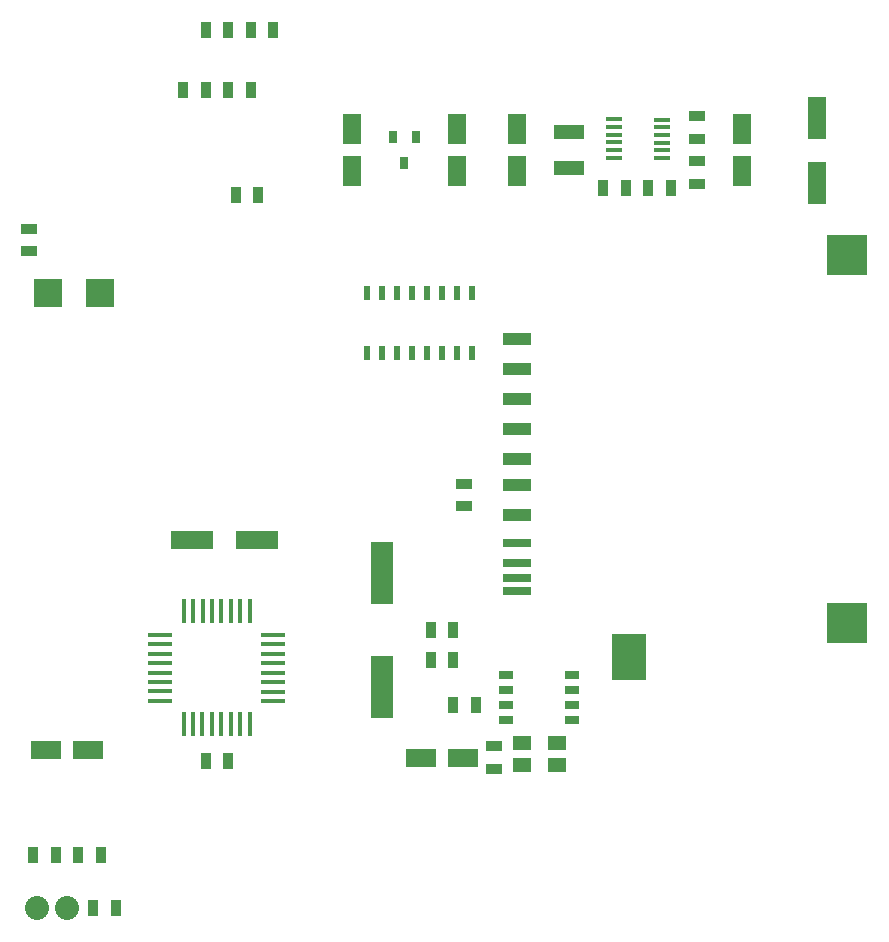
<source format=gtp>
G04 (created by PCBNEW (2013-07-07 BZR 4022)-stable) date 29/12/2014 16:28:22*
%MOIN*%
G04 Gerber Fmt 3.4, Leading zero omitted, Abs format*
%FSLAX34Y34*%
G01*
G70*
G90*
G04 APERTURE LIST*
%ADD10C,0.00590551*%
%ADD11R,0.11811X0.15748*%
%ADD12R,0.0944X0.0944*%
%ADD13R,0.059X0.0472*%
%ADD14R,0.0945X0.0394*%
%ADD15R,0.0945X0.0315*%
%ADD16R,0.1378X0.1378*%
%ADD17R,0.035X0.055*%
%ADD18R,0.055X0.017*%
%ADD19R,0.063X0.1024*%
%ADD20R,0.1024X0.063*%
%ADD21R,0.076X0.21*%
%ADD22R,0.02X0.045*%
%ADD23R,0.05X0.025*%
%ADD24R,0.055X0.035*%
%ADD25R,0.1417X0.063*%
%ADD26R,0.063X0.1417*%
%ADD27R,0.0177X0.0787*%
%ADD28R,0.0787X0.0177*%
%ADD29R,0.0315X0.0394*%
%ADD30R,0.1X0.05*%
%ADD31C,0.08*%
G04 APERTURE END LIST*
G54D10*
G54D11*
X60500Y-46900D03*
G54D12*
X41134Y-34750D03*
X42866Y-34750D03*
G54D13*
X58070Y-49750D03*
X56930Y-49750D03*
X58070Y-50500D03*
X56930Y-50500D03*
G54D14*
X56750Y-37300D03*
X56750Y-38300D03*
X56750Y-39300D03*
X56750Y-40300D03*
X56750Y-41150D03*
X56750Y-42150D03*
G54D15*
X56750Y-43100D03*
X56750Y-43750D03*
G54D14*
X56750Y-36300D03*
G54D15*
X56750Y-44250D03*
X56750Y-44700D03*
G54D16*
X67750Y-45750D03*
X67750Y-33500D03*
G54D17*
X59625Y-31250D03*
X60375Y-31250D03*
G54D18*
X61600Y-30260D03*
X61600Y-30010D03*
X61600Y-29750D03*
X61600Y-29500D03*
X61600Y-29240D03*
X61600Y-28985D03*
X59975Y-28975D03*
X59975Y-29230D03*
X59975Y-29485D03*
X59975Y-29740D03*
X59975Y-30000D03*
X59975Y-30255D03*
G54D19*
X54750Y-30709D03*
X54750Y-29291D03*
X51250Y-30709D03*
X51250Y-29291D03*
X56750Y-30709D03*
X56750Y-29291D03*
G54D20*
X42459Y-50000D03*
X41041Y-50000D03*
G54D17*
X53875Y-46000D03*
X54625Y-46000D03*
X41375Y-53500D03*
X40625Y-53500D03*
G54D19*
X64250Y-30709D03*
X64250Y-29291D03*
G54D21*
X52250Y-44100D03*
X52250Y-47900D03*
G54D22*
X51750Y-36750D03*
X52250Y-36750D03*
X52750Y-36750D03*
X53250Y-36750D03*
X53750Y-36750D03*
X54250Y-36750D03*
X54750Y-36750D03*
X55250Y-36750D03*
X55250Y-34750D03*
X54750Y-34750D03*
X54250Y-34750D03*
X53750Y-34750D03*
X53250Y-34750D03*
X52750Y-34750D03*
X52250Y-34750D03*
X51750Y-34750D03*
G54D23*
X58600Y-49000D03*
X58600Y-48500D03*
X58600Y-48000D03*
X58600Y-47500D03*
X56400Y-47500D03*
X56400Y-48000D03*
X56400Y-48500D03*
X56400Y-49000D03*
G54D24*
X55000Y-41875D03*
X55000Y-41125D03*
G54D17*
X47125Y-28000D03*
X47875Y-28000D03*
X45625Y-28000D03*
X46375Y-28000D03*
X47875Y-26000D03*
X48625Y-26000D03*
X46375Y-26000D03*
X47125Y-26000D03*
G54D24*
X62750Y-29625D03*
X62750Y-28875D03*
G54D17*
X42875Y-53500D03*
X42125Y-53500D03*
X43375Y-55250D03*
X42625Y-55250D03*
X47375Y-31500D03*
X48125Y-31500D03*
G54D24*
X56000Y-50625D03*
X56000Y-49875D03*
G54D17*
X61125Y-31250D03*
X61875Y-31250D03*
G54D24*
X62750Y-31125D03*
X62750Y-30375D03*
G54D17*
X54625Y-48500D03*
X55375Y-48500D03*
G54D25*
X48083Y-43000D03*
X45917Y-43000D03*
G54D24*
X40500Y-33375D03*
X40500Y-32625D03*
G54D20*
X54959Y-50250D03*
X53541Y-50250D03*
G54D17*
X47125Y-50350D03*
X46375Y-50350D03*
G54D26*
X66750Y-28917D03*
X66750Y-31083D03*
G54D17*
X53875Y-47000D03*
X54625Y-47000D03*
G54D27*
X47843Y-49146D03*
X47528Y-49146D03*
X47213Y-49146D03*
X46898Y-49146D03*
X46583Y-49146D03*
X46268Y-49146D03*
X45953Y-49146D03*
X45638Y-49146D03*
X45640Y-45380D03*
X47850Y-45380D03*
X47530Y-45380D03*
X47210Y-45380D03*
X46900Y-45380D03*
X46580Y-45380D03*
X46270Y-45380D03*
X45950Y-45380D03*
G54D28*
X44850Y-48362D03*
X44850Y-48048D03*
X44850Y-47732D03*
X44850Y-47418D03*
X44850Y-47102D03*
X44850Y-46788D03*
X44850Y-46472D03*
X44850Y-46158D03*
X48630Y-48360D03*
X48630Y-48050D03*
X48630Y-47730D03*
X48630Y-47420D03*
X48630Y-47110D03*
X48630Y-46790D03*
X48630Y-46470D03*
X48630Y-46150D03*
G54D29*
X53000Y-30433D03*
X52625Y-29567D03*
X53375Y-29567D03*
G54D30*
X58500Y-29400D03*
X58500Y-30600D03*
G54D31*
X41750Y-55250D03*
X40750Y-55250D03*
M02*

</source>
